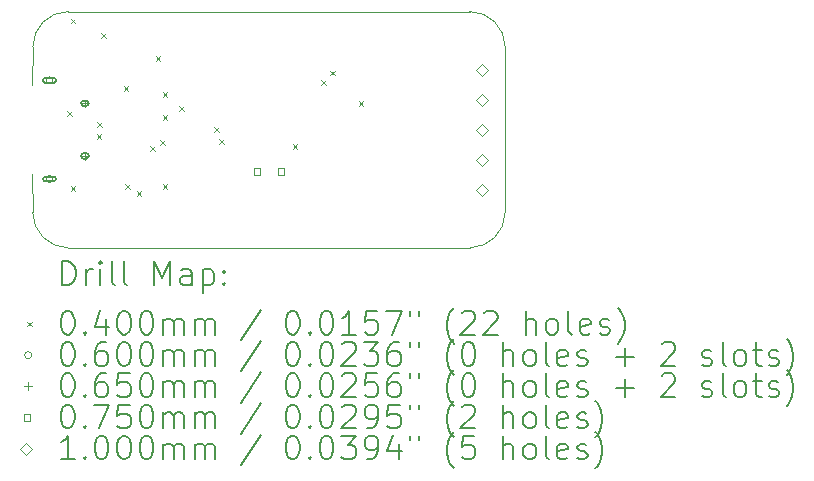
<source format=gbr>
%FSLAX45Y45*%
G04 Gerber Fmt 4.5, Leading zero omitted, Abs format (unit mm)*
G04 Created by KiCad (PCBNEW (6.0.0-0)) date 2022-11-25 09:55:03*
%MOMM*%
%LPD*%
G01*
G04 APERTURE LIST*
%TA.AperFunction,Profile*%
%ADD10C,0.100000*%
%TD*%
%ADD11C,0.200000*%
%ADD12C,0.040000*%
%ADD13C,0.060000*%
%ADD14C,0.065000*%
%ADD15C,0.075000*%
%ADD16C,0.100000*%
G04 APERTURE END LIST*
D10*
X16200000Y-10000000D02*
G75*
G03*
X16500000Y-9700000I0J300000D01*
G01*
X16500000Y-8300000D02*
X16500000Y-9700000D01*
X12800000Y-8000000D02*
G75*
G03*
X12500000Y-8300000I0J-300000D01*
G01*
X16200000Y-10000000D02*
X12800000Y-10000000D01*
X12497000Y-8625000D02*
X12500000Y-8300000D01*
X12800000Y-8000000D02*
X16200000Y-8000000D01*
X12500000Y-9700000D02*
X12497000Y-9375000D01*
X16500000Y-8300000D02*
G75*
G03*
X16200000Y-8000000I-300000J0D01*
G01*
X12500000Y-9700000D02*
G75*
G03*
X12800000Y-10000000I300000J0D01*
G01*
D11*
D12*
X12790096Y-8844244D02*
X12830096Y-8884244D01*
X12830096Y-8844244D02*
X12790096Y-8884244D01*
X12820000Y-8060000D02*
X12860000Y-8100000D01*
X12860000Y-8060000D02*
X12820000Y-8100000D01*
X12820000Y-9480000D02*
X12860000Y-9520000D01*
X12860000Y-9480000D02*
X12820000Y-9520000D01*
X13040000Y-9040000D02*
X13080000Y-9080000D01*
X13080000Y-9040000D02*
X13040000Y-9080000D01*
X13042649Y-8938427D02*
X13082649Y-8978427D01*
X13082649Y-8938427D02*
X13042649Y-8978427D01*
X13080000Y-8180000D02*
X13120000Y-8220000D01*
X13120000Y-8180000D02*
X13080000Y-8220000D01*
X13270685Y-8630391D02*
X13310685Y-8670391D01*
X13310685Y-8630391D02*
X13270685Y-8670391D01*
X13280000Y-9460000D02*
X13320000Y-9500000D01*
X13320000Y-9460000D02*
X13280000Y-9500000D01*
X13380000Y-9520000D02*
X13420000Y-9560000D01*
X13420000Y-9520000D02*
X13380000Y-9560000D01*
X13495796Y-9142596D02*
X13535796Y-9182596D01*
X13535796Y-9142596D02*
X13495796Y-9182596D01*
X13540000Y-8380000D02*
X13580000Y-8420000D01*
X13580000Y-8380000D02*
X13540000Y-8420000D01*
X13580841Y-9090084D02*
X13620841Y-9130084D01*
X13620841Y-9090084D02*
X13580841Y-9130084D01*
X13600000Y-8680000D02*
X13640000Y-8720000D01*
X13640000Y-8680000D02*
X13600000Y-8720000D01*
X13600000Y-8880000D02*
X13640000Y-8920000D01*
X13640000Y-8880000D02*
X13600000Y-8920000D01*
X13600000Y-9460000D02*
X13640000Y-9500000D01*
X13640000Y-9460000D02*
X13600000Y-9500000D01*
X13740000Y-8800000D02*
X13780000Y-8840000D01*
X13780000Y-8800000D02*
X13740000Y-8840000D01*
X14037550Y-8980000D02*
X14077550Y-9020000D01*
X14077550Y-8980000D02*
X14037550Y-9020000D01*
X14080000Y-9080000D02*
X14120000Y-9120000D01*
X14120000Y-9080000D02*
X14080000Y-9120000D01*
X14700000Y-9120000D02*
X14740000Y-9160000D01*
X14740000Y-9120000D02*
X14700000Y-9160000D01*
X14940000Y-8580000D02*
X14980000Y-8620000D01*
X14980000Y-8580000D02*
X14940000Y-8620000D01*
X15020000Y-8500000D02*
X15060000Y-8540000D01*
X15060000Y-8500000D02*
X15020000Y-8540000D01*
X15260000Y-8760000D02*
X15300000Y-8800000D01*
X15300000Y-8760000D02*
X15260000Y-8800000D01*
D13*
X12672000Y-8582500D02*
G75*
G03*
X12672000Y-8582500I-30000J0D01*
G01*
D11*
X12677000Y-8562500D02*
X12607000Y-8562500D01*
X12677000Y-8602500D02*
X12607000Y-8602500D01*
X12607000Y-8562500D02*
G75*
G03*
X12607000Y-8602500I0J-20000D01*
G01*
X12677000Y-8602500D02*
G75*
G03*
X12677000Y-8562500I0J20000D01*
G01*
D13*
X12672000Y-9417500D02*
G75*
G03*
X12672000Y-9417500I-30000J0D01*
G01*
D11*
X12677000Y-9397500D02*
X12607000Y-9397500D01*
X12677000Y-9437500D02*
X12607000Y-9437500D01*
X12607000Y-9397500D02*
G75*
G03*
X12607000Y-9437500I0J-20000D01*
G01*
X12677000Y-9437500D02*
G75*
G03*
X12677000Y-9397500I0J20000D01*
G01*
D14*
X12942000Y-8745000D02*
X12942000Y-8810000D01*
X12909500Y-8777500D02*
X12974500Y-8777500D01*
D11*
X12952000Y-8755000D02*
X12932000Y-8755000D01*
X12952000Y-8800000D02*
X12932000Y-8800000D01*
X12932000Y-8755000D02*
G75*
G03*
X12932000Y-8800000I0J-22500D01*
G01*
X12952000Y-8800000D02*
G75*
G03*
X12952000Y-8755000I0J22500D01*
G01*
D14*
X12942000Y-9190000D02*
X12942000Y-9255000D01*
X12909500Y-9222500D02*
X12974500Y-9222500D01*
D11*
X12952000Y-9200000D02*
X12932000Y-9200000D01*
X12952000Y-9245000D02*
X12932000Y-9245000D01*
X12932000Y-9200000D02*
G75*
G03*
X12932000Y-9245000I0J-22500D01*
G01*
X12952000Y-9245000D02*
G75*
G03*
X12952000Y-9200000I0J22500D01*
G01*
D15*
X14426517Y-9381517D02*
X14426517Y-9328483D01*
X14373483Y-9328483D01*
X14373483Y-9381517D01*
X14426517Y-9381517D01*
X14626517Y-9381517D02*
X14626517Y-9328483D01*
X14573483Y-9328483D01*
X14573483Y-9381517D01*
X14626517Y-9381517D01*
D16*
X16302500Y-8545000D02*
X16352500Y-8495000D01*
X16302500Y-8445000D01*
X16252500Y-8495000D01*
X16302500Y-8545000D01*
X16302500Y-8799000D02*
X16352500Y-8749000D01*
X16302500Y-8699000D01*
X16252500Y-8749000D01*
X16302500Y-8799000D01*
X16302500Y-9053000D02*
X16352500Y-9003000D01*
X16302500Y-8953000D01*
X16252500Y-9003000D01*
X16302500Y-9053000D01*
X16302500Y-9307000D02*
X16352500Y-9257000D01*
X16302500Y-9207000D01*
X16252500Y-9257000D01*
X16302500Y-9307000D01*
X16302500Y-9561000D02*
X16352500Y-9511000D01*
X16302500Y-9461000D01*
X16252500Y-9511000D01*
X16302500Y-9561000D01*
D11*
X12749619Y-10315476D02*
X12749619Y-10115476D01*
X12797238Y-10115476D01*
X12825809Y-10125000D01*
X12844857Y-10144048D01*
X12854381Y-10163095D01*
X12863905Y-10201190D01*
X12863905Y-10229762D01*
X12854381Y-10267857D01*
X12844857Y-10286905D01*
X12825809Y-10305952D01*
X12797238Y-10315476D01*
X12749619Y-10315476D01*
X12949619Y-10315476D02*
X12949619Y-10182143D01*
X12949619Y-10220238D02*
X12959143Y-10201190D01*
X12968667Y-10191667D01*
X12987714Y-10182143D01*
X13006762Y-10182143D01*
X13073428Y-10315476D02*
X13073428Y-10182143D01*
X13073428Y-10115476D02*
X13063905Y-10125000D01*
X13073428Y-10134524D01*
X13082952Y-10125000D01*
X13073428Y-10115476D01*
X13073428Y-10134524D01*
X13197238Y-10315476D02*
X13178190Y-10305952D01*
X13168667Y-10286905D01*
X13168667Y-10115476D01*
X13302000Y-10315476D02*
X13282952Y-10305952D01*
X13273428Y-10286905D01*
X13273428Y-10115476D01*
X13530571Y-10315476D02*
X13530571Y-10115476D01*
X13597238Y-10258333D01*
X13663905Y-10115476D01*
X13663905Y-10315476D01*
X13844857Y-10315476D02*
X13844857Y-10210714D01*
X13835333Y-10191667D01*
X13816286Y-10182143D01*
X13778190Y-10182143D01*
X13759143Y-10191667D01*
X13844857Y-10305952D02*
X13825809Y-10315476D01*
X13778190Y-10315476D01*
X13759143Y-10305952D01*
X13749619Y-10286905D01*
X13749619Y-10267857D01*
X13759143Y-10248810D01*
X13778190Y-10239286D01*
X13825809Y-10239286D01*
X13844857Y-10229762D01*
X13940095Y-10182143D02*
X13940095Y-10382143D01*
X13940095Y-10191667D02*
X13959143Y-10182143D01*
X13997238Y-10182143D01*
X14016286Y-10191667D01*
X14025809Y-10201190D01*
X14035333Y-10220238D01*
X14035333Y-10277381D01*
X14025809Y-10296429D01*
X14016286Y-10305952D01*
X13997238Y-10315476D01*
X13959143Y-10315476D01*
X13940095Y-10305952D01*
X14121048Y-10296429D02*
X14130571Y-10305952D01*
X14121048Y-10315476D01*
X14111524Y-10305952D01*
X14121048Y-10296429D01*
X14121048Y-10315476D01*
X14121048Y-10191667D02*
X14130571Y-10201190D01*
X14121048Y-10210714D01*
X14111524Y-10201190D01*
X14121048Y-10191667D01*
X14121048Y-10210714D01*
D12*
X12452000Y-10625000D02*
X12492000Y-10665000D01*
X12492000Y-10625000D02*
X12452000Y-10665000D01*
D11*
X12787714Y-10535476D02*
X12806762Y-10535476D01*
X12825809Y-10545000D01*
X12835333Y-10554524D01*
X12844857Y-10573571D01*
X12854381Y-10611667D01*
X12854381Y-10659286D01*
X12844857Y-10697381D01*
X12835333Y-10716429D01*
X12825809Y-10725952D01*
X12806762Y-10735476D01*
X12787714Y-10735476D01*
X12768667Y-10725952D01*
X12759143Y-10716429D01*
X12749619Y-10697381D01*
X12740095Y-10659286D01*
X12740095Y-10611667D01*
X12749619Y-10573571D01*
X12759143Y-10554524D01*
X12768667Y-10545000D01*
X12787714Y-10535476D01*
X12940095Y-10716429D02*
X12949619Y-10725952D01*
X12940095Y-10735476D01*
X12930571Y-10725952D01*
X12940095Y-10716429D01*
X12940095Y-10735476D01*
X13121048Y-10602143D02*
X13121048Y-10735476D01*
X13073428Y-10525952D02*
X13025809Y-10668810D01*
X13149619Y-10668810D01*
X13263905Y-10535476D02*
X13282952Y-10535476D01*
X13302000Y-10545000D01*
X13311524Y-10554524D01*
X13321048Y-10573571D01*
X13330571Y-10611667D01*
X13330571Y-10659286D01*
X13321048Y-10697381D01*
X13311524Y-10716429D01*
X13302000Y-10725952D01*
X13282952Y-10735476D01*
X13263905Y-10735476D01*
X13244857Y-10725952D01*
X13235333Y-10716429D01*
X13225809Y-10697381D01*
X13216286Y-10659286D01*
X13216286Y-10611667D01*
X13225809Y-10573571D01*
X13235333Y-10554524D01*
X13244857Y-10545000D01*
X13263905Y-10535476D01*
X13454381Y-10535476D02*
X13473428Y-10535476D01*
X13492476Y-10545000D01*
X13502000Y-10554524D01*
X13511524Y-10573571D01*
X13521048Y-10611667D01*
X13521048Y-10659286D01*
X13511524Y-10697381D01*
X13502000Y-10716429D01*
X13492476Y-10725952D01*
X13473428Y-10735476D01*
X13454381Y-10735476D01*
X13435333Y-10725952D01*
X13425809Y-10716429D01*
X13416286Y-10697381D01*
X13406762Y-10659286D01*
X13406762Y-10611667D01*
X13416286Y-10573571D01*
X13425809Y-10554524D01*
X13435333Y-10545000D01*
X13454381Y-10535476D01*
X13606762Y-10735476D02*
X13606762Y-10602143D01*
X13606762Y-10621190D02*
X13616286Y-10611667D01*
X13635333Y-10602143D01*
X13663905Y-10602143D01*
X13682952Y-10611667D01*
X13692476Y-10630714D01*
X13692476Y-10735476D01*
X13692476Y-10630714D02*
X13702000Y-10611667D01*
X13721048Y-10602143D01*
X13749619Y-10602143D01*
X13768667Y-10611667D01*
X13778190Y-10630714D01*
X13778190Y-10735476D01*
X13873428Y-10735476D02*
X13873428Y-10602143D01*
X13873428Y-10621190D02*
X13882952Y-10611667D01*
X13902000Y-10602143D01*
X13930571Y-10602143D01*
X13949619Y-10611667D01*
X13959143Y-10630714D01*
X13959143Y-10735476D01*
X13959143Y-10630714D02*
X13968667Y-10611667D01*
X13987714Y-10602143D01*
X14016286Y-10602143D01*
X14035333Y-10611667D01*
X14044857Y-10630714D01*
X14044857Y-10735476D01*
X14435333Y-10525952D02*
X14263905Y-10783095D01*
X14692476Y-10535476D02*
X14711524Y-10535476D01*
X14730571Y-10545000D01*
X14740095Y-10554524D01*
X14749619Y-10573571D01*
X14759143Y-10611667D01*
X14759143Y-10659286D01*
X14749619Y-10697381D01*
X14740095Y-10716429D01*
X14730571Y-10725952D01*
X14711524Y-10735476D01*
X14692476Y-10735476D01*
X14673428Y-10725952D01*
X14663905Y-10716429D01*
X14654381Y-10697381D01*
X14644857Y-10659286D01*
X14644857Y-10611667D01*
X14654381Y-10573571D01*
X14663905Y-10554524D01*
X14673428Y-10545000D01*
X14692476Y-10535476D01*
X14844857Y-10716429D02*
X14854381Y-10725952D01*
X14844857Y-10735476D01*
X14835333Y-10725952D01*
X14844857Y-10716429D01*
X14844857Y-10735476D01*
X14978190Y-10535476D02*
X14997238Y-10535476D01*
X15016286Y-10545000D01*
X15025809Y-10554524D01*
X15035333Y-10573571D01*
X15044857Y-10611667D01*
X15044857Y-10659286D01*
X15035333Y-10697381D01*
X15025809Y-10716429D01*
X15016286Y-10725952D01*
X14997238Y-10735476D01*
X14978190Y-10735476D01*
X14959143Y-10725952D01*
X14949619Y-10716429D01*
X14940095Y-10697381D01*
X14930571Y-10659286D01*
X14930571Y-10611667D01*
X14940095Y-10573571D01*
X14949619Y-10554524D01*
X14959143Y-10545000D01*
X14978190Y-10535476D01*
X15235333Y-10735476D02*
X15121048Y-10735476D01*
X15178190Y-10735476D02*
X15178190Y-10535476D01*
X15159143Y-10564048D01*
X15140095Y-10583095D01*
X15121048Y-10592619D01*
X15416286Y-10535476D02*
X15321048Y-10535476D01*
X15311524Y-10630714D01*
X15321048Y-10621190D01*
X15340095Y-10611667D01*
X15387714Y-10611667D01*
X15406762Y-10621190D01*
X15416286Y-10630714D01*
X15425809Y-10649762D01*
X15425809Y-10697381D01*
X15416286Y-10716429D01*
X15406762Y-10725952D01*
X15387714Y-10735476D01*
X15340095Y-10735476D01*
X15321048Y-10725952D01*
X15311524Y-10716429D01*
X15492476Y-10535476D02*
X15625809Y-10535476D01*
X15540095Y-10735476D01*
X15692476Y-10535476D02*
X15692476Y-10573571D01*
X15768667Y-10535476D02*
X15768667Y-10573571D01*
X16063905Y-10811667D02*
X16054381Y-10802143D01*
X16035333Y-10773571D01*
X16025809Y-10754524D01*
X16016286Y-10725952D01*
X16006762Y-10678333D01*
X16006762Y-10640238D01*
X16016286Y-10592619D01*
X16025809Y-10564048D01*
X16035333Y-10545000D01*
X16054381Y-10516429D01*
X16063905Y-10506905D01*
X16130571Y-10554524D02*
X16140095Y-10545000D01*
X16159143Y-10535476D01*
X16206762Y-10535476D01*
X16225809Y-10545000D01*
X16235333Y-10554524D01*
X16244857Y-10573571D01*
X16244857Y-10592619D01*
X16235333Y-10621190D01*
X16121048Y-10735476D01*
X16244857Y-10735476D01*
X16321048Y-10554524D02*
X16330571Y-10545000D01*
X16349619Y-10535476D01*
X16397238Y-10535476D01*
X16416286Y-10545000D01*
X16425809Y-10554524D01*
X16435333Y-10573571D01*
X16435333Y-10592619D01*
X16425809Y-10621190D01*
X16311524Y-10735476D01*
X16435333Y-10735476D01*
X16673428Y-10735476D02*
X16673428Y-10535476D01*
X16759143Y-10735476D02*
X16759143Y-10630714D01*
X16749619Y-10611667D01*
X16730571Y-10602143D01*
X16702000Y-10602143D01*
X16682952Y-10611667D01*
X16673428Y-10621190D01*
X16882952Y-10735476D02*
X16863905Y-10725952D01*
X16854381Y-10716429D01*
X16844857Y-10697381D01*
X16844857Y-10640238D01*
X16854381Y-10621190D01*
X16863905Y-10611667D01*
X16882952Y-10602143D01*
X16911524Y-10602143D01*
X16930571Y-10611667D01*
X16940095Y-10621190D01*
X16949619Y-10640238D01*
X16949619Y-10697381D01*
X16940095Y-10716429D01*
X16930571Y-10725952D01*
X16911524Y-10735476D01*
X16882952Y-10735476D01*
X17063905Y-10735476D02*
X17044857Y-10725952D01*
X17035333Y-10706905D01*
X17035333Y-10535476D01*
X17216286Y-10725952D02*
X17197238Y-10735476D01*
X17159143Y-10735476D01*
X17140095Y-10725952D01*
X17130571Y-10706905D01*
X17130571Y-10630714D01*
X17140095Y-10611667D01*
X17159143Y-10602143D01*
X17197238Y-10602143D01*
X17216286Y-10611667D01*
X17225810Y-10630714D01*
X17225810Y-10649762D01*
X17130571Y-10668810D01*
X17302000Y-10725952D02*
X17321048Y-10735476D01*
X17359143Y-10735476D01*
X17378190Y-10725952D01*
X17387714Y-10706905D01*
X17387714Y-10697381D01*
X17378190Y-10678333D01*
X17359143Y-10668810D01*
X17330571Y-10668810D01*
X17311524Y-10659286D01*
X17302000Y-10640238D01*
X17302000Y-10630714D01*
X17311524Y-10611667D01*
X17330571Y-10602143D01*
X17359143Y-10602143D01*
X17378190Y-10611667D01*
X17454381Y-10811667D02*
X17463905Y-10802143D01*
X17482952Y-10773571D01*
X17492476Y-10754524D01*
X17502000Y-10725952D01*
X17511524Y-10678333D01*
X17511524Y-10640238D01*
X17502000Y-10592619D01*
X17492476Y-10564048D01*
X17482952Y-10545000D01*
X17463905Y-10516429D01*
X17454381Y-10506905D01*
D13*
X12492000Y-10909000D02*
G75*
G03*
X12492000Y-10909000I-30000J0D01*
G01*
D11*
X12787714Y-10799476D02*
X12806762Y-10799476D01*
X12825809Y-10809000D01*
X12835333Y-10818524D01*
X12844857Y-10837571D01*
X12854381Y-10875667D01*
X12854381Y-10923286D01*
X12844857Y-10961381D01*
X12835333Y-10980429D01*
X12825809Y-10989952D01*
X12806762Y-10999476D01*
X12787714Y-10999476D01*
X12768667Y-10989952D01*
X12759143Y-10980429D01*
X12749619Y-10961381D01*
X12740095Y-10923286D01*
X12740095Y-10875667D01*
X12749619Y-10837571D01*
X12759143Y-10818524D01*
X12768667Y-10809000D01*
X12787714Y-10799476D01*
X12940095Y-10980429D02*
X12949619Y-10989952D01*
X12940095Y-10999476D01*
X12930571Y-10989952D01*
X12940095Y-10980429D01*
X12940095Y-10999476D01*
X13121048Y-10799476D02*
X13082952Y-10799476D01*
X13063905Y-10809000D01*
X13054381Y-10818524D01*
X13035333Y-10847095D01*
X13025809Y-10885190D01*
X13025809Y-10961381D01*
X13035333Y-10980429D01*
X13044857Y-10989952D01*
X13063905Y-10999476D01*
X13102000Y-10999476D01*
X13121048Y-10989952D01*
X13130571Y-10980429D01*
X13140095Y-10961381D01*
X13140095Y-10913762D01*
X13130571Y-10894714D01*
X13121048Y-10885190D01*
X13102000Y-10875667D01*
X13063905Y-10875667D01*
X13044857Y-10885190D01*
X13035333Y-10894714D01*
X13025809Y-10913762D01*
X13263905Y-10799476D02*
X13282952Y-10799476D01*
X13302000Y-10809000D01*
X13311524Y-10818524D01*
X13321048Y-10837571D01*
X13330571Y-10875667D01*
X13330571Y-10923286D01*
X13321048Y-10961381D01*
X13311524Y-10980429D01*
X13302000Y-10989952D01*
X13282952Y-10999476D01*
X13263905Y-10999476D01*
X13244857Y-10989952D01*
X13235333Y-10980429D01*
X13225809Y-10961381D01*
X13216286Y-10923286D01*
X13216286Y-10875667D01*
X13225809Y-10837571D01*
X13235333Y-10818524D01*
X13244857Y-10809000D01*
X13263905Y-10799476D01*
X13454381Y-10799476D02*
X13473428Y-10799476D01*
X13492476Y-10809000D01*
X13502000Y-10818524D01*
X13511524Y-10837571D01*
X13521048Y-10875667D01*
X13521048Y-10923286D01*
X13511524Y-10961381D01*
X13502000Y-10980429D01*
X13492476Y-10989952D01*
X13473428Y-10999476D01*
X13454381Y-10999476D01*
X13435333Y-10989952D01*
X13425809Y-10980429D01*
X13416286Y-10961381D01*
X13406762Y-10923286D01*
X13406762Y-10875667D01*
X13416286Y-10837571D01*
X13425809Y-10818524D01*
X13435333Y-10809000D01*
X13454381Y-10799476D01*
X13606762Y-10999476D02*
X13606762Y-10866143D01*
X13606762Y-10885190D02*
X13616286Y-10875667D01*
X13635333Y-10866143D01*
X13663905Y-10866143D01*
X13682952Y-10875667D01*
X13692476Y-10894714D01*
X13692476Y-10999476D01*
X13692476Y-10894714D02*
X13702000Y-10875667D01*
X13721048Y-10866143D01*
X13749619Y-10866143D01*
X13768667Y-10875667D01*
X13778190Y-10894714D01*
X13778190Y-10999476D01*
X13873428Y-10999476D02*
X13873428Y-10866143D01*
X13873428Y-10885190D02*
X13882952Y-10875667D01*
X13902000Y-10866143D01*
X13930571Y-10866143D01*
X13949619Y-10875667D01*
X13959143Y-10894714D01*
X13959143Y-10999476D01*
X13959143Y-10894714D02*
X13968667Y-10875667D01*
X13987714Y-10866143D01*
X14016286Y-10866143D01*
X14035333Y-10875667D01*
X14044857Y-10894714D01*
X14044857Y-10999476D01*
X14435333Y-10789952D02*
X14263905Y-11047095D01*
X14692476Y-10799476D02*
X14711524Y-10799476D01*
X14730571Y-10809000D01*
X14740095Y-10818524D01*
X14749619Y-10837571D01*
X14759143Y-10875667D01*
X14759143Y-10923286D01*
X14749619Y-10961381D01*
X14740095Y-10980429D01*
X14730571Y-10989952D01*
X14711524Y-10999476D01*
X14692476Y-10999476D01*
X14673428Y-10989952D01*
X14663905Y-10980429D01*
X14654381Y-10961381D01*
X14644857Y-10923286D01*
X14644857Y-10875667D01*
X14654381Y-10837571D01*
X14663905Y-10818524D01*
X14673428Y-10809000D01*
X14692476Y-10799476D01*
X14844857Y-10980429D02*
X14854381Y-10989952D01*
X14844857Y-10999476D01*
X14835333Y-10989952D01*
X14844857Y-10980429D01*
X14844857Y-10999476D01*
X14978190Y-10799476D02*
X14997238Y-10799476D01*
X15016286Y-10809000D01*
X15025809Y-10818524D01*
X15035333Y-10837571D01*
X15044857Y-10875667D01*
X15044857Y-10923286D01*
X15035333Y-10961381D01*
X15025809Y-10980429D01*
X15016286Y-10989952D01*
X14997238Y-10999476D01*
X14978190Y-10999476D01*
X14959143Y-10989952D01*
X14949619Y-10980429D01*
X14940095Y-10961381D01*
X14930571Y-10923286D01*
X14930571Y-10875667D01*
X14940095Y-10837571D01*
X14949619Y-10818524D01*
X14959143Y-10809000D01*
X14978190Y-10799476D01*
X15121048Y-10818524D02*
X15130571Y-10809000D01*
X15149619Y-10799476D01*
X15197238Y-10799476D01*
X15216286Y-10809000D01*
X15225809Y-10818524D01*
X15235333Y-10837571D01*
X15235333Y-10856619D01*
X15225809Y-10885190D01*
X15111524Y-10999476D01*
X15235333Y-10999476D01*
X15302000Y-10799476D02*
X15425809Y-10799476D01*
X15359143Y-10875667D01*
X15387714Y-10875667D01*
X15406762Y-10885190D01*
X15416286Y-10894714D01*
X15425809Y-10913762D01*
X15425809Y-10961381D01*
X15416286Y-10980429D01*
X15406762Y-10989952D01*
X15387714Y-10999476D01*
X15330571Y-10999476D01*
X15311524Y-10989952D01*
X15302000Y-10980429D01*
X15597238Y-10799476D02*
X15559143Y-10799476D01*
X15540095Y-10809000D01*
X15530571Y-10818524D01*
X15511524Y-10847095D01*
X15502000Y-10885190D01*
X15502000Y-10961381D01*
X15511524Y-10980429D01*
X15521048Y-10989952D01*
X15540095Y-10999476D01*
X15578190Y-10999476D01*
X15597238Y-10989952D01*
X15606762Y-10980429D01*
X15616286Y-10961381D01*
X15616286Y-10913762D01*
X15606762Y-10894714D01*
X15597238Y-10885190D01*
X15578190Y-10875667D01*
X15540095Y-10875667D01*
X15521048Y-10885190D01*
X15511524Y-10894714D01*
X15502000Y-10913762D01*
X15692476Y-10799476D02*
X15692476Y-10837571D01*
X15768667Y-10799476D02*
X15768667Y-10837571D01*
X16063905Y-11075667D02*
X16054381Y-11066143D01*
X16035333Y-11037571D01*
X16025809Y-11018524D01*
X16016286Y-10989952D01*
X16006762Y-10942333D01*
X16006762Y-10904238D01*
X16016286Y-10856619D01*
X16025809Y-10828048D01*
X16035333Y-10809000D01*
X16054381Y-10780429D01*
X16063905Y-10770905D01*
X16178190Y-10799476D02*
X16197238Y-10799476D01*
X16216286Y-10809000D01*
X16225809Y-10818524D01*
X16235333Y-10837571D01*
X16244857Y-10875667D01*
X16244857Y-10923286D01*
X16235333Y-10961381D01*
X16225809Y-10980429D01*
X16216286Y-10989952D01*
X16197238Y-10999476D01*
X16178190Y-10999476D01*
X16159143Y-10989952D01*
X16149619Y-10980429D01*
X16140095Y-10961381D01*
X16130571Y-10923286D01*
X16130571Y-10875667D01*
X16140095Y-10837571D01*
X16149619Y-10818524D01*
X16159143Y-10809000D01*
X16178190Y-10799476D01*
X16482952Y-10999476D02*
X16482952Y-10799476D01*
X16568667Y-10999476D02*
X16568667Y-10894714D01*
X16559143Y-10875667D01*
X16540095Y-10866143D01*
X16511524Y-10866143D01*
X16492476Y-10875667D01*
X16482952Y-10885190D01*
X16692476Y-10999476D02*
X16673428Y-10989952D01*
X16663905Y-10980429D01*
X16654381Y-10961381D01*
X16654381Y-10904238D01*
X16663905Y-10885190D01*
X16673428Y-10875667D01*
X16692476Y-10866143D01*
X16721048Y-10866143D01*
X16740095Y-10875667D01*
X16749619Y-10885190D01*
X16759143Y-10904238D01*
X16759143Y-10961381D01*
X16749619Y-10980429D01*
X16740095Y-10989952D01*
X16721048Y-10999476D01*
X16692476Y-10999476D01*
X16873429Y-10999476D02*
X16854381Y-10989952D01*
X16844857Y-10970905D01*
X16844857Y-10799476D01*
X17025810Y-10989952D02*
X17006762Y-10999476D01*
X16968667Y-10999476D01*
X16949619Y-10989952D01*
X16940095Y-10970905D01*
X16940095Y-10894714D01*
X16949619Y-10875667D01*
X16968667Y-10866143D01*
X17006762Y-10866143D01*
X17025810Y-10875667D01*
X17035333Y-10894714D01*
X17035333Y-10913762D01*
X16940095Y-10932810D01*
X17111524Y-10989952D02*
X17130571Y-10999476D01*
X17168667Y-10999476D01*
X17187714Y-10989952D01*
X17197238Y-10970905D01*
X17197238Y-10961381D01*
X17187714Y-10942333D01*
X17168667Y-10932810D01*
X17140095Y-10932810D01*
X17121048Y-10923286D01*
X17111524Y-10904238D01*
X17111524Y-10894714D01*
X17121048Y-10875667D01*
X17140095Y-10866143D01*
X17168667Y-10866143D01*
X17187714Y-10875667D01*
X17435333Y-10923286D02*
X17587714Y-10923286D01*
X17511524Y-10999476D02*
X17511524Y-10847095D01*
X17825810Y-10818524D02*
X17835333Y-10809000D01*
X17854381Y-10799476D01*
X17902000Y-10799476D01*
X17921048Y-10809000D01*
X17930571Y-10818524D01*
X17940095Y-10837571D01*
X17940095Y-10856619D01*
X17930571Y-10885190D01*
X17816286Y-10999476D01*
X17940095Y-10999476D01*
X18168667Y-10989952D02*
X18187714Y-10999476D01*
X18225810Y-10999476D01*
X18244857Y-10989952D01*
X18254381Y-10970905D01*
X18254381Y-10961381D01*
X18244857Y-10942333D01*
X18225810Y-10932810D01*
X18197238Y-10932810D01*
X18178190Y-10923286D01*
X18168667Y-10904238D01*
X18168667Y-10894714D01*
X18178190Y-10875667D01*
X18197238Y-10866143D01*
X18225810Y-10866143D01*
X18244857Y-10875667D01*
X18368667Y-10999476D02*
X18349619Y-10989952D01*
X18340095Y-10970905D01*
X18340095Y-10799476D01*
X18473429Y-10999476D02*
X18454381Y-10989952D01*
X18444857Y-10980429D01*
X18435333Y-10961381D01*
X18435333Y-10904238D01*
X18444857Y-10885190D01*
X18454381Y-10875667D01*
X18473429Y-10866143D01*
X18502000Y-10866143D01*
X18521048Y-10875667D01*
X18530571Y-10885190D01*
X18540095Y-10904238D01*
X18540095Y-10961381D01*
X18530571Y-10980429D01*
X18521048Y-10989952D01*
X18502000Y-10999476D01*
X18473429Y-10999476D01*
X18597238Y-10866143D02*
X18673429Y-10866143D01*
X18625810Y-10799476D02*
X18625810Y-10970905D01*
X18635333Y-10989952D01*
X18654381Y-10999476D01*
X18673429Y-10999476D01*
X18730571Y-10989952D02*
X18749619Y-10999476D01*
X18787714Y-10999476D01*
X18806762Y-10989952D01*
X18816286Y-10970905D01*
X18816286Y-10961381D01*
X18806762Y-10942333D01*
X18787714Y-10932810D01*
X18759143Y-10932810D01*
X18740095Y-10923286D01*
X18730571Y-10904238D01*
X18730571Y-10894714D01*
X18740095Y-10875667D01*
X18759143Y-10866143D01*
X18787714Y-10866143D01*
X18806762Y-10875667D01*
X18882952Y-11075667D02*
X18892476Y-11066143D01*
X18911524Y-11037571D01*
X18921048Y-11018524D01*
X18930571Y-10989952D01*
X18940095Y-10942333D01*
X18940095Y-10904238D01*
X18930571Y-10856619D01*
X18921048Y-10828048D01*
X18911524Y-10809000D01*
X18892476Y-10780429D01*
X18882952Y-10770905D01*
D14*
X12459500Y-11140500D02*
X12459500Y-11205500D01*
X12427000Y-11173000D02*
X12492000Y-11173000D01*
D11*
X12787714Y-11063476D02*
X12806762Y-11063476D01*
X12825809Y-11073000D01*
X12835333Y-11082524D01*
X12844857Y-11101571D01*
X12854381Y-11139667D01*
X12854381Y-11187286D01*
X12844857Y-11225381D01*
X12835333Y-11244428D01*
X12825809Y-11253952D01*
X12806762Y-11263476D01*
X12787714Y-11263476D01*
X12768667Y-11253952D01*
X12759143Y-11244428D01*
X12749619Y-11225381D01*
X12740095Y-11187286D01*
X12740095Y-11139667D01*
X12749619Y-11101571D01*
X12759143Y-11082524D01*
X12768667Y-11073000D01*
X12787714Y-11063476D01*
X12940095Y-11244428D02*
X12949619Y-11253952D01*
X12940095Y-11263476D01*
X12930571Y-11253952D01*
X12940095Y-11244428D01*
X12940095Y-11263476D01*
X13121048Y-11063476D02*
X13082952Y-11063476D01*
X13063905Y-11073000D01*
X13054381Y-11082524D01*
X13035333Y-11111095D01*
X13025809Y-11149190D01*
X13025809Y-11225381D01*
X13035333Y-11244428D01*
X13044857Y-11253952D01*
X13063905Y-11263476D01*
X13102000Y-11263476D01*
X13121048Y-11253952D01*
X13130571Y-11244428D01*
X13140095Y-11225381D01*
X13140095Y-11177762D01*
X13130571Y-11158714D01*
X13121048Y-11149190D01*
X13102000Y-11139667D01*
X13063905Y-11139667D01*
X13044857Y-11149190D01*
X13035333Y-11158714D01*
X13025809Y-11177762D01*
X13321048Y-11063476D02*
X13225809Y-11063476D01*
X13216286Y-11158714D01*
X13225809Y-11149190D01*
X13244857Y-11139667D01*
X13292476Y-11139667D01*
X13311524Y-11149190D01*
X13321048Y-11158714D01*
X13330571Y-11177762D01*
X13330571Y-11225381D01*
X13321048Y-11244428D01*
X13311524Y-11253952D01*
X13292476Y-11263476D01*
X13244857Y-11263476D01*
X13225809Y-11253952D01*
X13216286Y-11244428D01*
X13454381Y-11063476D02*
X13473428Y-11063476D01*
X13492476Y-11073000D01*
X13502000Y-11082524D01*
X13511524Y-11101571D01*
X13521048Y-11139667D01*
X13521048Y-11187286D01*
X13511524Y-11225381D01*
X13502000Y-11244428D01*
X13492476Y-11253952D01*
X13473428Y-11263476D01*
X13454381Y-11263476D01*
X13435333Y-11253952D01*
X13425809Y-11244428D01*
X13416286Y-11225381D01*
X13406762Y-11187286D01*
X13406762Y-11139667D01*
X13416286Y-11101571D01*
X13425809Y-11082524D01*
X13435333Y-11073000D01*
X13454381Y-11063476D01*
X13606762Y-11263476D02*
X13606762Y-11130143D01*
X13606762Y-11149190D02*
X13616286Y-11139667D01*
X13635333Y-11130143D01*
X13663905Y-11130143D01*
X13682952Y-11139667D01*
X13692476Y-11158714D01*
X13692476Y-11263476D01*
X13692476Y-11158714D02*
X13702000Y-11139667D01*
X13721048Y-11130143D01*
X13749619Y-11130143D01*
X13768667Y-11139667D01*
X13778190Y-11158714D01*
X13778190Y-11263476D01*
X13873428Y-11263476D02*
X13873428Y-11130143D01*
X13873428Y-11149190D02*
X13882952Y-11139667D01*
X13902000Y-11130143D01*
X13930571Y-11130143D01*
X13949619Y-11139667D01*
X13959143Y-11158714D01*
X13959143Y-11263476D01*
X13959143Y-11158714D02*
X13968667Y-11139667D01*
X13987714Y-11130143D01*
X14016286Y-11130143D01*
X14035333Y-11139667D01*
X14044857Y-11158714D01*
X14044857Y-11263476D01*
X14435333Y-11053952D02*
X14263905Y-11311095D01*
X14692476Y-11063476D02*
X14711524Y-11063476D01*
X14730571Y-11073000D01*
X14740095Y-11082524D01*
X14749619Y-11101571D01*
X14759143Y-11139667D01*
X14759143Y-11187286D01*
X14749619Y-11225381D01*
X14740095Y-11244428D01*
X14730571Y-11253952D01*
X14711524Y-11263476D01*
X14692476Y-11263476D01*
X14673428Y-11253952D01*
X14663905Y-11244428D01*
X14654381Y-11225381D01*
X14644857Y-11187286D01*
X14644857Y-11139667D01*
X14654381Y-11101571D01*
X14663905Y-11082524D01*
X14673428Y-11073000D01*
X14692476Y-11063476D01*
X14844857Y-11244428D02*
X14854381Y-11253952D01*
X14844857Y-11263476D01*
X14835333Y-11253952D01*
X14844857Y-11244428D01*
X14844857Y-11263476D01*
X14978190Y-11063476D02*
X14997238Y-11063476D01*
X15016286Y-11073000D01*
X15025809Y-11082524D01*
X15035333Y-11101571D01*
X15044857Y-11139667D01*
X15044857Y-11187286D01*
X15035333Y-11225381D01*
X15025809Y-11244428D01*
X15016286Y-11253952D01*
X14997238Y-11263476D01*
X14978190Y-11263476D01*
X14959143Y-11253952D01*
X14949619Y-11244428D01*
X14940095Y-11225381D01*
X14930571Y-11187286D01*
X14930571Y-11139667D01*
X14940095Y-11101571D01*
X14949619Y-11082524D01*
X14959143Y-11073000D01*
X14978190Y-11063476D01*
X15121048Y-11082524D02*
X15130571Y-11073000D01*
X15149619Y-11063476D01*
X15197238Y-11063476D01*
X15216286Y-11073000D01*
X15225809Y-11082524D01*
X15235333Y-11101571D01*
X15235333Y-11120619D01*
X15225809Y-11149190D01*
X15111524Y-11263476D01*
X15235333Y-11263476D01*
X15416286Y-11063476D02*
X15321048Y-11063476D01*
X15311524Y-11158714D01*
X15321048Y-11149190D01*
X15340095Y-11139667D01*
X15387714Y-11139667D01*
X15406762Y-11149190D01*
X15416286Y-11158714D01*
X15425809Y-11177762D01*
X15425809Y-11225381D01*
X15416286Y-11244428D01*
X15406762Y-11253952D01*
X15387714Y-11263476D01*
X15340095Y-11263476D01*
X15321048Y-11253952D01*
X15311524Y-11244428D01*
X15597238Y-11063476D02*
X15559143Y-11063476D01*
X15540095Y-11073000D01*
X15530571Y-11082524D01*
X15511524Y-11111095D01*
X15502000Y-11149190D01*
X15502000Y-11225381D01*
X15511524Y-11244428D01*
X15521048Y-11253952D01*
X15540095Y-11263476D01*
X15578190Y-11263476D01*
X15597238Y-11253952D01*
X15606762Y-11244428D01*
X15616286Y-11225381D01*
X15616286Y-11177762D01*
X15606762Y-11158714D01*
X15597238Y-11149190D01*
X15578190Y-11139667D01*
X15540095Y-11139667D01*
X15521048Y-11149190D01*
X15511524Y-11158714D01*
X15502000Y-11177762D01*
X15692476Y-11063476D02*
X15692476Y-11101571D01*
X15768667Y-11063476D02*
X15768667Y-11101571D01*
X16063905Y-11339667D02*
X16054381Y-11330143D01*
X16035333Y-11301571D01*
X16025809Y-11282524D01*
X16016286Y-11253952D01*
X16006762Y-11206333D01*
X16006762Y-11168238D01*
X16016286Y-11120619D01*
X16025809Y-11092048D01*
X16035333Y-11073000D01*
X16054381Y-11044429D01*
X16063905Y-11034905D01*
X16178190Y-11063476D02*
X16197238Y-11063476D01*
X16216286Y-11073000D01*
X16225809Y-11082524D01*
X16235333Y-11101571D01*
X16244857Y-11139667D01*
X16244857Y-11187286D01*
X16235333Y-11225381D01*
X16225809Y-11244428D01*
X16216286Y-11253952D01*
X16197238Y-11263476D01*
X16178190Y-11263476D01*
X16159143Y-11253952D01*
X16149619Y-11244428D01*
X16140095Y-11225381D01*
X16130571Y-11187286D01*
X16130571Y-11139667D01*
X16140095Y-11101571D01*
X16149619Y-11082524D01*
X16159143Y-11073000D01*
X16178190Y-11063476D01*
X16482952Y-11263476D02*
X16482952Y-11063476D01*
X16568667Y-11263476D02*
X16568667Y-11158714D01*
X16559143Y-11139667D01*
X16540095Y-11130143D01*
X16511524Y-11130143D01*
X16492476Y-11139667D01*
X16482952Y-11149190D01*
X16692476Y-11263476D02*
X16673428Y-11253952D01*
X16663905Y-11244428D01*
X16654381Y-11225381D01*
X16654381Y-11168238D01*
X16663905Y-11149190D01*
X16673428Y-11139667D01*
X16692476Y-11130143D01*
X16721048Y-11130143D01*
X16740095Y-11139667D01*
X16749619Y-11149190D01*
X16759143Y-11168238D01*
X16759143Y-11225381D01*
X16749619Y-11244428D01*
X16740095Y-11253952D01*
X16721048Y-11263476D01*
X16692476Y-11263476D01*
X16873429Y-11263476D02*
X16854381Y-11253952D01*
X16844857Y-11234905D01*
X16844857Y-11063476D01*
X17025810Y-11253952D02*
X17006762Y-11263476D01*
X16968667Y-11263476D01*
X16949619Y-11253952D01*
X16940095Y-11234905D01*
X16940095Y-11158714D01*
X16949619Y-11139667D01*
X16968667Y-11130143D01*
X17006762Y-11130143D01*
X17025810Y-11139667D01*
X17035333Y-11158714D01*
X17035333Y-11177762D01*
X16940095Y-11196809D01*
X17111524Y-11253952D02*
X17130571Y-11263476D01*
X17168667Y-11263476D01*
X17187714Y-11253952D01*
X17197238Y-11234905D01*
X17197238Y-11225381D01*
X17187714Y-11206333D01*
X17168667Y-11196809D01*
X17140095Y-11196809D01*
X17121048Y-11187286D01*
X17111524Y-11168238D01*
X17111524Y-11158714D01*
X17121048Y-11139667D01*
X17140095Y-11130143D01*
X17168667Y-11130143D01*
X17187714Y-11139667D01*
X17435333Y-11187286D02*
X17587714Y-11187286D01*
X17511524Y-11263476D02*
X17511524Y-11111095D01*
X17825810Y-11082524D02*
X17835333Y-11073000D01*
X17854381Y-11063476D01*
X17902000Y-11063476D01*
X17921048Y-11073000D01*
X17930571Y-11082524D01*
X17940095Y-11101571D01*
X17940095Y-11120619D01*
X17930571Y-11149190D01*
X17816286Y-11263476D01*
X17940095Y-11263476D01*
X18168667Y-11253952D02*
X18187714Y-11263476D01*
X18225810Y-11263476D01*
X18244857Y-11253952D01*
X18254381Y-11234905D01*
X18254381Y-11225381D01*
X18244857Y-11206333D01*
X18225810Y-11196809D01*
X18197238Y-11196809D01*
X18178190Y-11187286D01*
X18168667Y-11168238D01*
X18168667Y-11158714D01*
X18178190Y-11139667D01*
X18197238Y-11130143D01*
X18225810Y-11130143D01*
X18244857Y-11139667D01*
X18368667Y-11263476D02*
X18349619Y-11253952D01*
X18340095Y-11234905D01*
X18340095Y-11063476D01*
X18473429Y-11263476D02*
X18454381Y-11253952D01*
X18444857Y-11244428D01*
X18435333Y-11225381D01*
X18435333Y-11168238D01*
X18444857Y-11149190D01*
X18454381Y-11139667D01*
X18473429Y-11130143D01*
X18502000Y-11130143D01*
X18521048Y-11139667D01*
X18530571Y-11149190D01*
X18540095Y-11168238D01*
X18540095Y-11225381D01*
X18530571Y-11244428D01*
X18521048Y-11253952D01*
X18502000Y-11263476D01*
X18473429Y-11263476D01*
X18597238Y-11130143D02*
X18673429Y-11130143D01*
X18625810Y-11063476D02*
X18625810Y-11234905D01*
X18635333Y-11253952D01*
X18654381Y-11263476D01*
X18673429Y-11263476D01*
X18730571Y-11253952D02*
X18749619Y-11263476D01*
X18787714Y-11263476D01*
X18806762Y-11253952D01*
X18816286Y-11234905D01*
X18816286Y-11225381D01*
X18806762Y-11206333D01*
X18787714Y-11196809D01*
X18759143Y-11196809D01*
X18740095Y-11187286D01*
X18730571Y-11168238D01*
X18730571Y-11158714D01*
X18740095Y-11139667D01*
X18759143Y-11130143D01*
X18787714Y-11130143D01*
X18806762Y-11139667D01*
X18882952Y-11339667D02*
X18892476Y-11330143D01*
X18911524Y-11301571D01*
X18921048Y-11282524D01*
X18930571Y-11253952D01*
X18940095Y-11206333D01*
X18940095Y-11168238D01*
X18930571Y-11120619D01*
X18921048Y-11092048D01*
X18911524Y-11073000D01*
X18892476Y-11044429D01*
X18882952Y-11034905D01*
D15*
X12481017Y-11463517D02*
X12481017Y-11410483D01*
X12427983Y-11410483D01*
X12427983Y-11463517D01*
X12481017Y-11463517D01*
D11*
X12787714Y-11327476D02*
X12806762Y-11327476D01*
X12825809Y-11337000D01*
X12835333Y-11346524D01*
X12844857Y-11365571D01*
X12854381Y-11403667D01*
X12854381Y-11451286D01*
X12844857Y-11489381D01*
X12835333Y-11508428D01*
X12825809Y-11517952D01*
X12806762Y-11527476D01*
X12787714Y-11527476D01*
X12768667Y-11517952D01*
X12759143Y-11508428D01*
X12749619Y-11489381D01*
X12740095Y-11451286D01*
X12740095Y-11403667D01*
X12749619Y-11365571D01*
X12759143Y-11346524D01*
X12768667Y-11337000D01*
X12787714Y-11327476D01*
X12940095Y-11508428D02*
X12949619Y-11517952D01*
X12940095Y-11527476D01*
X12930571Y-11517952D01*
X12940095Y-11508428D01*
X12940095Y-11527476D01*
X13016286Y-11327476D02*
X13149619Y-11327476D01*
X13063905Y-11527476D01*
X13321048Y-11327476D02*
X13225809Y-11327476D01*
X13216286Y-11422714D01*
X13225809Y-11413190D01*
X13244857Y-11403667D01*
X13292476Y-11403667D01*
X13311524Y-11413190D01*
X13321048Y-11422714D01*
X13330571Y-11441762D01*
X13330571Y-11489381D01*
X13321048Y-11508428D01*
X13311524Y-11517952D01*
X13292476Y-11527476D01*
X13244857Y-11527476D01*
X13225809Y-11517952D01*
X13216286Y-11508428D01*
X13454381Y-11327476D02*
X13473428Y-11327476D01*
X13492476Y-11337000D01*
X13502000Y-11346524D01*
X13511524Y-11365571D01*
X13521048Y-11403667D01*
X13521048Y-11451286D01*
X13511524Y-11489381D01*
X13502000Y-11508428D01*
X13492476Y-11517952D01*
X13473428Y-11527476D01*
X13454381Y-11527476D01*
X13435333Y-11517952D01*
X13425809Y-11508428D01*
X13416286Y-11489381D01*
X13406762Y-11451286D01*
X13406762Y-11403667D01*
X13416286Y-11365571D01*
X13425809Y-11346524D01*
X13435333Y-11337000D01*
X13454381Y-11327476D01*
X13606762Y-11527476D02*
X13606762Y-11394143D01*
X13606762Y-11413190D02*
X13616286Y-11403667D01*
X13635333Y-11394143D01*
X13663905Y-11394143D01*
X13682952Y-11403667D01*
X13692476Y-11422714D01*
X13692476Y-11527476D01*
X13692476Y-11422714D02*
X13702000Y-11403667D01*
X13721048Y-11394143D01*
X13749619Y-11394143D01*
X13768667Y-11403667D01*
X13778190Y-11422714D01*
X13778190Y-11527476D01*
X13873428Y-11527476D02*
X13873428Y-11394143D01*
X13873428Y-11413190D02*
X13882952Y-11403667D01*
X13902000Y-11394143D01*
X13930571Y-11394143D01*
X13949619Y-11403667D01*
X13959143Y-11422714D01*
X13959143Y-11527476D01*
X13959143Y-11422714D02*
X13968667Y-11403667D01*
X13987714Y-11394143D01*
X14016286Y-11394143D01*
X14035333Y-11403667D01*
X14044857Y-11422714D01*
X14044857Y-11527476D01*
X14435333Y-11317952D02*
X14263905Y-11575095D01*
X14692476Y-11327476D02*
X14711524Y-11327476D01*
X14730571Y-11337000D01*
X14740095Y-11346524D01*
X14749619Y-11365571D01*
X14759143Y-11403667D01*
X14759143Y-11451286D01*
X14749619Y-11489381D01*
X14740095Y-11508428D01*
X14730571Y-11517952D01*
X14711524Y-11527476D01*
X14692476Y-11527476D01*
X14673428Y-11517952D01*
X14663905Y-11508428D01*
X14654381Y-11489381D01*
X14644857Y-11451286D01*
X14644857Y-11403667D01*
X14654381Y-11365571D01*
X14663905Y-11346524D01*
X14673428Y-11337000D01*
X14692476Y-11327476D01*
X14844857Y-11508428D02*
X14854381Y-11517952D01*
X14844857Y-11527476D01*
X14835333Y-11517952D01*
X14844857Y-11508428D01*
X14844857Y-11527476D01*
X14978190Y-11327476D02*
X14997238Y-11327476D01*
X15016286Y-11337000D01*
X15025809Y-11346524D01*
X15035333Y-11365571D01*
X15044857Y-11403667D01*
X15044857Y-11451286D01*
X15035333Y-11489381D01*
X15025809Y-11508428D01*
X15016286Y-11517952D01*
X14997238Y-11527476D01*
X14978190Y-11527476D01*
X14959143Y-11517952D01*
X14949619Y-11508428D01*
X14940095Y-11489381D01*
X14930571Y-11451286D01*
X14930571Y-11403667D01*
X14940095Y-11365571D01*
X14949619Y-11346524D01*
X14959143Y-11337000D01*
X14978190Y-11327476D01*
X15121048Y-11346524D02*
X15130571Y-11337000D01*
X15149619Y-11327476D01*
X15197238Y-11327476D01*
X15216286Y-11337000D01*
X15225809Y-11346524D01*
X15235333Y-11365571D01*
X15235333Y-11384619D01*
X15225809Y-11413190D01*
X15111524Y-11527476D01*
X15235333Y-11527476D01*
X15330571Y-11527476D02*
X15368667Y-11527476D01*
X15387714Y-11517952D01*
X15397238Y-11508428D01*
X15416286Y-11479857D01*
X15425809Y-11441762D01*
X15425809Y-11365571D01*
X15416286Y-11346524D01*
X15406762Y-11337000D01*
X15387714Y-11327476D01*
X15349619Y-11327476D01*
X15330571Y-11337000D01*
X15321048Y-11346524D01*
X15311524Y-11365571D01*
X15311524Y-11413190D01*
X15321048Y-11432238D01*
X15330571Y-11441762D01*
X15349619Y-11451286D01*
X15387714Y-11451286D01*
X15406762Y-11441762D01*
X15416286Y-11432238D01*
X15425809Y-11413190D01*
X15606762Y-11327476D02*
X15511524Y-11327476D01*
X15502000Y-11422714D01*
X15511524Y-11413190D01*
X15530571Y-11403667D01*
X15578190Y-11403667D01*
X15597238Y-11413190D01*
X15606762Y-11422714D01*
X15616286Y-11441762D01*
X15616286Y-11489381D01*
X15606762Y-11508428D01*
X15597238Y-11517952D01*
X15578190Y-11527476D01*
X15530571Y-11527476D01*
X15511524Y-11517952D01*
X15502000Y-11508428D01*
X15692476Y-11327476D02*
X15692476Y-11365571D01*
X15768667Y-11327476D02*
X15768667Y-11365571D01*
X16063905Y-11603667D02*
X16054381Y-11594143D01*
X16035333Y-11565571D01*
X16025809Y-11546524D01*
X16016286Y-11517952D01*
X16006762Y-11470333D01*
X16006762Y-11432238D01*
X16016286Y-11384619D01*
X16025809Y-11356048D01*
X16035333Y-11337000D01*
X16054381Y-11308428D01*
X16063905Y-11298905D01*
X16130571Y-11346524D02*
X16140095Y-11337000D01*
X16159143Y-11327476D01*
X16206762Y-11327476D01*
X16225809Y-11337000D01*
X16235333Y-11346524D01*
X16244857Y-11365571D01*
X16244857Y-11384619D01*
X16235333Y-11413190D01*
X16121048Y-11527476D01*
X16244857Y-11527476D01*
X16482952Y-11527476D02*
X16482952Y-11327476D01*
X16568667Y-11527476D02*
X16568667Y-11422714D01*
X16559143Y-11403667D01*
X16540095Y-11394143D01*
X16511524Y-11394143D01*
X16492476Y-11403667D01*
X16482952Y-11413190D01*
X16692476Y-11527476D02*
X16673428Y-11517952D01*
X16663905Y-11508428D01*
X16654381Y-11489381D01*
X16654381Y-11432238D01*
X16663905Y-11413190D01*
X16673428Y-11403667D01*
X16692476Y-11394143D01*
X16721048Y-11394143D01*
X16740095Y-11403667D01*
X16749619Y-11413190D01*
X16759143Y-11432238D01*
X16759143Y-11489381D01*
X16749619Y-11508428D01*
X16740095Y-11517952D01*
X16721048Y-11527476D01*
X16692476Y-11527476D01*
X16873429Y-11527476D02*
X16854381Y-11517952D01*
X16844857Y-11498905D01*
X16844857Y-11327476D01*
X17025810Y-11517952D02*
X17006762Y-11527476D01*
X16968667Y-11527476D01*
X16949619Y-11517952D01*
X16940095Y-11498905D01*
X16940095Y-11422714D01*
X16949619Y-11403667D01*
X16968667Y-11394143D01*
X17006762Y-11394143D01*
X17025810Y-11403667D01*
X17035333Y-11422714D01*
X17035333Y-11441762D01*
X16940095Y-11460809D01*
X17111524Y-11517952D02*
X17130571Y-11527476D01*
X17168667Y-11527476D01*
X17187714Y-11517952D01*
X17197238Y-11498905D01*
X17197238Y-11489381D01*
X17187714Y-11470333D01*
X17168667Y-11460809D01*
X17140095Y-11460809D01*
X17121048Y-11451286D01*
X17111524Y-11432238D01*
X17111524Y-11422714D01*
X17121048Y-11403667D01*
X17140095Y-11394143D01*
X17168667Y-11394143D01*
X17187714Y-11403667D01*
X17263905Y-11603667D02*
X17273429Y-11594143D01*
X17292476Y-11565571D01*
X17302000Y-11546524D01*
X17311524Y-11517952D01*
X17321048Y-11470333D01*
X17321048Y-11432238D01*
X17311524Y-11384619D01*
X17302000Y-11356048D01*
X17292476Y-11337000D01*
X17273429Y-11308428D01*
X17263905Y-11298905D01*
D16*
X12442000Y-11751000D02*
X12492000Y-11701000D01*
X12442000Y-11651000D01*
X12392000Y-11701000D01*
X12442000Y-11751000D01*
D11*
X12854381Y-11791476D02*
X12740095Y-11791476D01*
X12797238Y-11791476D02*
X12797238Y-11591476D01*
X12778190Y-11620048D01*
X12759143Y-11639095D01*
X12740095Y-11648619D01*
X12940095Y-11772428D02*
X12949619Y-11781952D01*
X12940095Y-11791476D01*
X12930571Y-11781952D01*
X12940095Y-11772428D01*
X12940095Y-11791476D01*
X13073428Y-11591476D02*
X13092476Y-11591476D01*
X13111524Y-11601000D01*
X13121048Y-11610524D01*
X13130571Y-11629571D01*
X13140095Y-11667667D01*
X13140095Y-11715286D01*
X13130571Y-11753381D01*
X13121048Y-11772428D01*
X13111524Y-11781952D01*
X13092476Y-11791476D01*
X13073428Y-11791476D01*
X13054381Y-11781952D01*
X13044857Y-11772428D01*
X13035333Y-11753381D01*
X13025809Y-11715286D01*
X13025809Y-11667667D01*
X13035333Y-11629571D01*
X13044857Y-11610524D01*
X13054381Y-11601000D01*
X13073428Y-11591476D01*
X13263905Y-11591476D02*
X13282952Y-11591476D01*
X13302000Y-11601000D01*
X13311524Y-11610524D01*
X13321048Y-11629571D01*
X13330571Y-11667667D01*
X13330571Y-11715286D01*
X13321048Y-11753381D01*
X13311524Y-11772428D01*
X13302000Y-11781952D01*
X13282952Y-11791476D01*
X13263905Y-11791476D01*
X13244857Y-11781952D01*
X13235333Y-11772428D01*
X13225809Y-11753381D01*
X13216286Y-11715286D01*
X13216286Y-11667667D01*
X13225809Y-11629571D01*
X13235333Y-11610524D01*
X13244857Y-11601000D01*
X13263905Y-11591476D01*
X13454381Y-11591476D02*
X13473428Y-11591476D01*
X13492476Y-11601000D01*
X13502000Y-11610524D01*
X13511524Y-11629571D01*
X13521048Y-11667667D01*
X13521048Y-11715286D01*
X13511524Y-11753381D01*
X13502000Y-11772428D01*
X13492476Y-11781952D01*
X13473428Y-11791476D01*
X13454381Y-11791476D01*
X13435333Y-11781952D01*
X13425809Y-11772428D01*
X13416286Y-11753381D01*
X13406762Y-11715286D01*
X13406762Y-11667667D01*
X13416286Y-11629571D01*
X13425809Y-11610524D01*
X13435333Y-11601000D01*
X13454381Y-11591476D01*
X13606762Y-11791476D02*
X13606762Y-11658143D01*
X13606762Y-11677190D02*
X13616286Y-11667667D01*
X13635333Y-11658143D01*
X13663905Y-11658143D01*
X13682952Y-11667667D01*
X13692476Y-11686714D01*
X13692476Y-11791476D01*
X13692476Y-11686714D02*
X13702000Y-11667667D01*
X13721048Y-11658143D01*
X13749619Y-11658143D01*
X13768667Y-11667667D01*
X13778190Y-11686714D01*
X13778190Y-11791476D01*
X13873428Y-11791476D02*
X13873428Y-11658143D01*
X13873428Y-11677190D02*
X13882952Y-11667667D01*
X13902000Y-11658143D01*
X13930571Y-11658143D01*
X13949619Y-11667667D01*
X13959143Y-11686714D01*
X13959143Y-11791476D01*
X13959143Y-11686714D02*
X13968667Y-11667667D01*
X13987714Y-11658143D01*
X14016286Y-11658143D01*
X14035333Y-11667667D01*
X14044857Y-11686714D01*
X14044857Y-11791476D01*
X14435333Y-11581952D02*
X14263905Y-11839095D01*
X14692476Y-11591476D02*
X14711524Y-11591476D01*
X14730571Y-11601000D01*
X14740095Y-11610524D01*
X14749619Y-11629571D01*
X14759143Y-11667667D01*
X14759143Y-11715286D01*
X14749619Y-11753381D01*
X14740095Y-11772428D01*
X14730571Y-11781952D01*
X14711524Y-11791476D01*
X14692476Y-11791476D01*
X14673428Y-11781952D01*
X14663905Y-11772428D01*
X14654381Y-11753381D01*
X14644857Y-11715286D01*
X14644857Y-11667667D01*
X14654381Y-11629571D01*
X14663905Y-11610524D01*
X14673428Y-11601000D01*
X14692476Y-11591476D01*
X14844857Y-11772428D02*
X14854381Y-11781952D01*
X14844857Y-11791476D01*
X14835333Y-11781952D01*
X14844857Y-11772428D01*
X14844857Y-11791476D01*
X14978190Y-11591476D02*
X14997238Y-11591476D01*
X15016286Y-11601000D01*
X15025809Y-11610524D01*
X15035333Y-11629571D01*
X15044857Y-11667667D01*
X15044857Y-11715286D01*
X15035333Y-11753381D01*
X15025809Y-11772428D01*
X15016286Y-11781952D01*
X14997238Y-11791476D01*
X14978190Y-11791476D01*
X14959143Y-11781952D01*
X14949619Y-11772428D01*
X14940095Y-11753381D01*
X14930571Y-11715286D01*
X14930571Y-11667667D01*
X14940095Y-11629571D01*
X14949619Y-11610524D01*
X14959143Y-11601000D01*
X14978190Y-11591476D01*
X15111524Y-11591476D02*
X15235333Y-11591476D01*
X15168667Y-11667667D01*
X15197238Y-11667667D01*
X15216286Y-11677190D01*
X15225809Y-11686714D01*
X15235333Y-11705762D01*
X15235333Y-11753381D01*
X15225809Y-11772428D01*
X15216286Y-11781952D01*
X15197238Y-11791476D01*
X15140095Y-11791476D01*
X15121048Y-11781952D01*
X15111524Y-11772428D01*
X15330571Y-11791476D02*
X15368667Y-11791476D01*
X15387714Y-11781952D01*
X15397238Y-11772428D01*
X15416286Y-11743857D01*
X15425809Y-11705762D01*
X15425809Y-11629571D01*
X15416286Y-11610524D01*
X15406762Y-11601000D01*
X15387714Y-11591476D01*
X15349619Y-11591476D01*
X15330571Y-11601000D01*
X15321048Y-11610524D01*
X15311524Y-11629571D01*
X15311524Y-11677190D01*
X15321048Y-11696238D01*
X15330571Y-11705762D01*
X15349619Y-11715286D01*
X15387714Y-11715286D01*
X15406762Y-11705762D01*
X15416286Y-11696238D01*
X15425809Y-11677190D01*
X15597238Y-11658143D02*
X15597238Y-11791476D01*
X15549619Y-11581952D02*
X15502000Y-11724809D01*
X15625809Y-11724809D01*
X15692476Y-11591476D02*
X15692476Y-11629571D01*
X15768667Y-11591476D02*
X15768667Y-11629571D01*
X16063905Y-11867667D02*
X16054381Y-11858143D01*
X16035333Y-11829571D01*
X16025809Y-11810524D01*
X16016286Y-11781952D01*
X16006762Y-11734333D01*
X16006762Y-11696238D01*
X16016286Y-11648619D01*
X16025809Y-11620048D01*
X16035333Y-11601000D01*
X16054381Y-11572428D01*
X16063905Y-11562905D01*
X16235333Y-11591476D02*
X16140095Y-11591476D01*
X16130571Y-11686714D01*
X16140095Y-11677190D01*
X16159143Y-11667667D01*
X16206762Y-11667667D01*
X16225809Y-11677190D01*
X16235333Y-11686714D01*
X16244857Y-11705762D01*
X16244857Y-11753381D01*
X16235333Y-11772428D01*
X16225809Y-11781952D01*
X16206762Y-11791476D01*
X16159143Y-11791476D01*
X16140095Y-11781952D01*
X16130571Y-11772428D01*
X16482952Y-11791476D02*
X16482952Y-11591476D01*
X16568667Y-11791476D02*
X16568667Y-11686714D01*
X16559143Y-11667667D01*
X16540095Y-11658143D01*
X16511524Y-11658143D01*
X16492476Y-11667667D01*
X16482952Y-11677190D01*
X16692476Y-11791476D02*
X16673428Y-11781952D01*
X16663905Y-11772428D01*
X16654381Y-11753381D01*
X16654381Y-11696238D01*
X16663905Y-11677190D01*
X16673428Y-11667667D01*
X16692476Y-11658143D01*
X16721048Y-11658143D01*
X16740095Y-11667667D01*
X16749619Y-11677190D01*
X16759143Y-11696238D01*
X16759143Y-11753381D01*
X16749619Y-11772428D01*
X16740095Y-11781952D01*
X16721048Y-11791476D01*
X16692476Y-11791476D01*
X16873429Y-11791476D02*
X16854381Y-11781952D01*
X16844857Y-11762905D01*
X16844857Y-11591476D01*
X17025810Y-11781952D02*
X17006762Y-11791476D01*
X16968667Y-11791476D01*
X16949619Y-11781952D01*
X16940095Y-11762905D01*
X16940095Y-11686714D01*
X16949619Y-11667667D01*
X16968667Y-11658143D01*
X17006762Y-11658143D01*
X17025810Y-11667667D01*
X17035333Y-11686714D01*
X17035333Y-11705762D01*
X16940095Y-11724809D01*
X17111524Y-11781952D02*
X17130571Y-11791476D01*
X17168667Y-11791476D01*
X17187714Y-11781952D01*
X17197238Y-11762905D01*
X17197238Y-11753381D01*
X17187714Y-11734333D01*
X17168667Y-11724809D01*
X17140095Y-11724809D01*
X17121048Y-11715286D01*
X17111524Y-11696238D01*
X17111524Y-11686714D01*
X17121048Y-11667667D01*
X17140095Y-11658143D01*
X17168667Y-11658143D01*
X17187714Y-11667667D01*
X17263905Y-11867667D02*
X17273429Y-11858143D01*
X17292476Y-11829571D01*
X17302000Y-11810524D01*
X17311524Y-11781952D01*
X17321048Y-11734333D01*
X17321048Y-11696238D01*
X17311524Y-11648619D01*
X17302000Y-11620048D01*
X17292476Y-11601000D01*
X17273429Y-11572428D01*
X17263905Y-11562905D01*
M02*

</source>
